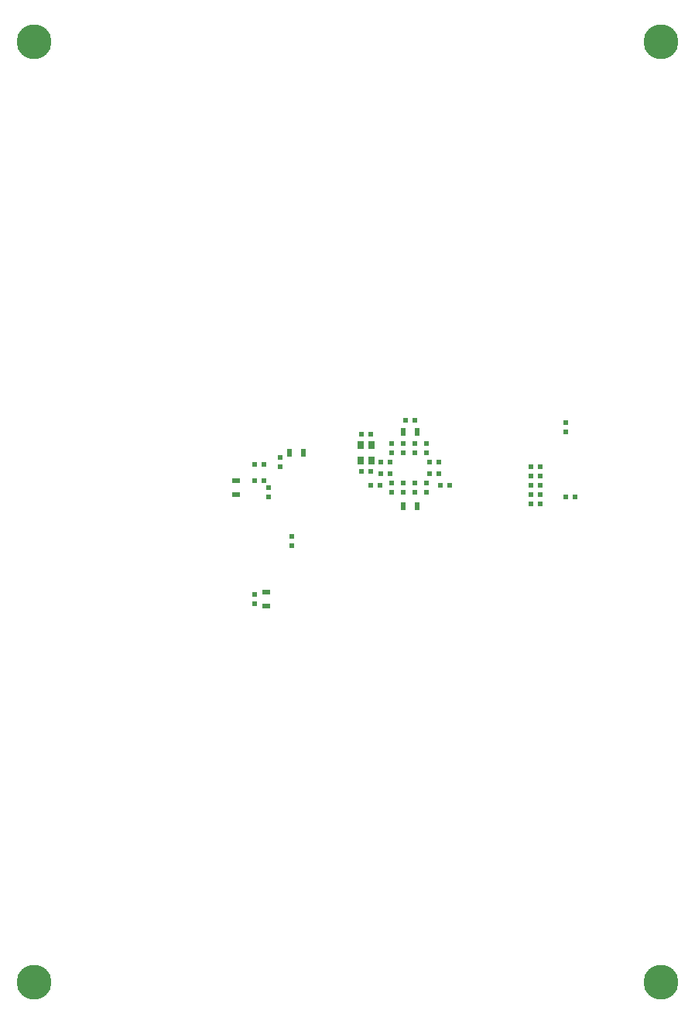
<source format=gbp>
G04 (created by PCBNEW-RS274X (2010-03-14)-final) date Sat 22 Oct 2011 03:19:01 PM EDT*
G01*
G70*
G90*
%MOIN*%
G04 Gerber Fmt 3.4, Leading zero omitted, Abs format*
%FSLAX34Y34*%
G04 APERTURE LIST*
%ADD10C,0.001000*%
%ADD11R,0.023600X0.019700*%
%ADD12R,0.019700X0.023600*%
%ADD13R,0.035400X0.023600*%
%ADD14R,0.023600X0.035400*%
%ADD15C,0.150000*%
%ADD16R,0.031500X0.035400*%
G04 APERTURE END LIST*
G54D10*
G54D11*
X00500Y-15303D03*
X00500Y-15697D03*
X02100Y-13197D03*
X02100Y-12803D03*
X06900Y-09197D03*
X06900Y-08803D03*
G54D12*
X06347Y-09600D03*
X05953Y-09600D03*
X07003Y-07800D03*
X07397Y-07800D03*
G54D11*
X01600Y-09797D03*
X01600Y-09403D03*
X01100Y-10703D03*
X01100Y-11097D03*
G54D12*
X00897Y-09700D03*
X00503Y-09700D03*
X12797Y-09800D03*
X12403Y-09800D03*
X12403Y-11000D03*
X12797Y-11000D03*
X13903Y-11100D03*
X14297Y-11100D03*
X12797Y-11400D03*
X12403Y-11400D03*
G54D11*
X13900Y-08297D03*
X13900Y-07903D03*
G54D12*
X12797Y-10600D03*
X12403Y-10600D03*
X05497Y-10000D03*
X05103Y-10000D03*
X05497Y-08400D03*
X05103Y-08400D03*
X00897Y-10400D03*
X00503Y-10400D03*
G54D11*
X07400Y-09197D03*
X07400Y-08803D03*
X07900Y-09197D03*
X07900Y-08803D03*
X06400Y-09197D03*
X06400Y-08803D03*
X07900Y-10503D03*
X07900Y-10897D03*
G54D12*
X08897Y-10600D03*
X08503Y-10600D03*
X05503Y-10600D03*
X05897Y-10600D03*
G54D11*
X07400Y-10503D03*
X07400Y-10897D03*
X06900Y-10503D03*
X06900Y-10897D03*
X06400Y-10503D03*
X06400Y-10897D03*
G54D12*
X08053Y-10100D03*
X08447Y-10100D03*
X06347Y-10100D03*
X05953Y-10100D03*
X12403Y-10200D03*
X12797Y-10200D03*
X08053Y-09600D03*
X08447Y-09600D03*
G54D13*
X01000Y-15795D03*
X01000Y-15205D03*
G54D14*
X07495Y-08300D03*
X06905Y-08300D03*
X02005Y-09200D03*
X02595Y-09200D03*
G54D13*
X-00300Y-10405D03*
X-00300Y-10995D03*
G54D14*
X06905Y-11500D03*
X07495Y-11500D03*
G54D15*
X18000Y-32000D03*
X-09000Y08500D03*
X18000Y08500D03*
X-09000Y-32000D03*
G54D16*
X05054Y-09525D03*
X05054Y-08875D03*
X05546Y-08875D03*
X05546Y-09525D03*
M02*

</source>
